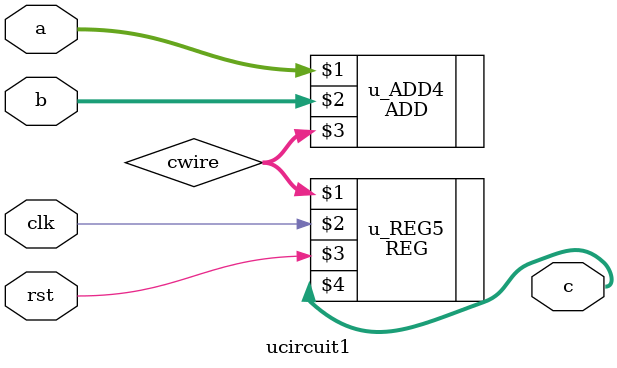
<source format=v>

module ucircuit1(

	 input clk,
	 input rst,
	 input [7:0] a,
	 input [7:0] b,

	 output [7:0] c
);

	 wire [7:0] cwire;
	 ADD #(8) u_ADD4 (a,b,cwire);
	 REG #(8) u_REG5 (cwire,clk,rst,c);


endmodule

// *********************************************************************************
// *                            END OF GENERATED FILE                              *
// *********************************************************************************

</source>
